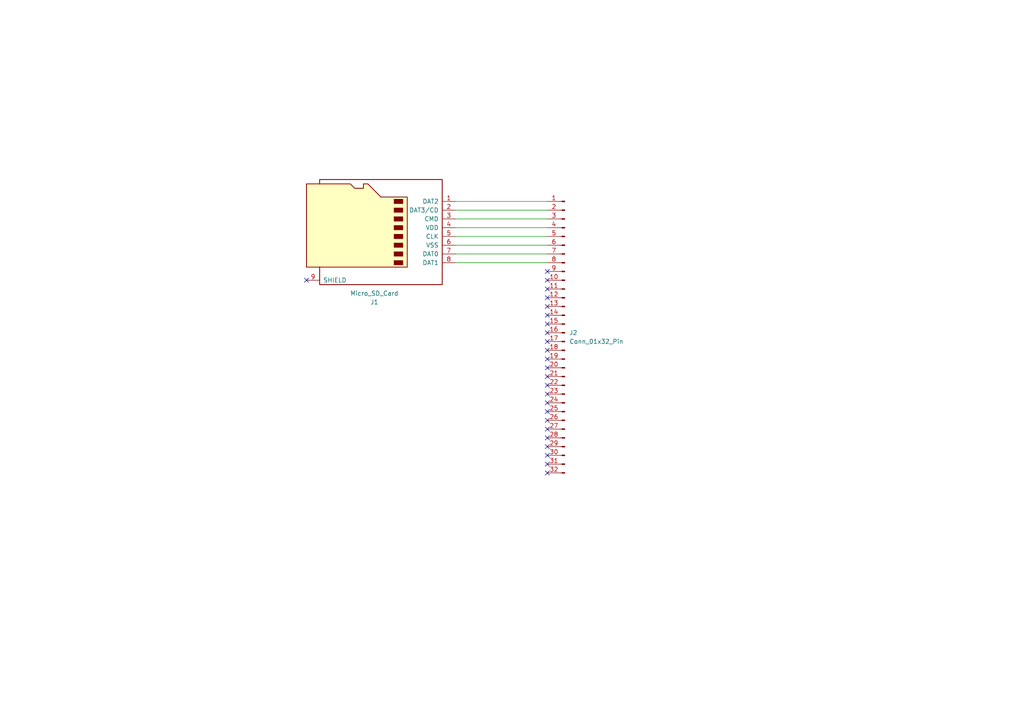
<source format=kicad_sch>
(kicad_sch (version 20230121) (generator eeschema)
  (paper "A4")
  (lib_symbols
    (symbol "Connector:Conn_01x32_Pin" (pin_names (offset 1.016) hide)
      (property "Reference" "J" (at 0 40.64 0))
      (property "Value" "Conn_01x32_Pin" (at 0 -43.18 0))
      (symbol "Conn_01x32_Pin_1_1"
        (polyline (pts (xy 1.27 -40.64) (xy 0.8636 -40.64)) (stroke (width 0.1524)))
        (polyline (pts (xy 1.27 -38.1) (xy 0.8636 -38.1)) (stroke (width 0.1524)))
        (polyline (pts (xy 1.27 -35.56) (xy 0.8636 -35.56)) (stroke (width 0.1524)))
        (polyline (pts (xy 1.27 -33.02) (xy 0.8636 -33.02)) (stroke (width 0.1524)))
        (polyline (pts (xy 1.27 -30.48) (xy 0.8636 -30.48)) (stroke (width 0.1524)))
        (polyline (pts (xy 1.27 -27.94) (xy 0.8636 -27.94)) (stroke (width 0.1524)))
        (polyline (pts (xy 1.27 -25.4) (xy 0.8636 -25.4)) (stroke (width 0.1524)))
        (polyline (pts (xy 1.27 -22.86) (xy 0.8636 -22.86)) (stroke (width 0.1524)))
        (polyline (pts (xy 1.27 -20.32) (xy 0.8636 -20.32)) (stroke (width 0.1524)))
        (polyline (pts (xy 1.27 -17.78) (xy 0.8636 -17.78)) (stroke (width 0.1524)))
        (polyline (pts (xy 1.27 -15.24) (xy 0.8636 -15.24)) (stroke (width 0.1524)))
        (polyline (pts (xy 1.27 -12.7) (xy 0.8636 -12.7)) (stroke (width 0.1524)))
        (polyline (pts (xy 1.27 -10.16) (xy 0.8636 -10.16)) (stroke (width 0.1524)))
        (polyline (pts (xy 1.27 -7.62) (xy 0.8636 -7.62)) (stroke (width 0.1524)))
        (polyline (pts (xy 1.27 -5.08) (xy 0.8636 -5.08)) (stroke (width 0.1524)))
        (polyline (pts (xy 1.27 -2.54) (xy 0.8636 -2.54)) (stroke (width 0.1524)))
        (polyline (pts (xy 1.27 0) (xy 0.8636 0)) (stroke (width 0.1524)))
        (polyline (pts (xy 1.27 2.54) (xy 0.8636 2.54)) (stroke (width 0.1524)))
        (polyline (pts (xy 1.27 5.08) (xy 0.8636 5.08)) (stroke (width 0.1524)))
        (polyline (pts (xy 1.27 7.62) (xy 0.8636 7.62)) (stroke (width 0.1524)))
        (polyline (pts (xy 1.27 10.16) (xy 0.8636 10.16)) (stroke (width 0.1524)))
        (polyline (pts (xy 1.27 12.7) (xy 0.8636 12.7)) (stroke (width 0.1524)))
        (polyline (pts (xy 1.27 15.24) (xy 0.8636 15.24)) (stroke (width 0.1524)))
        (polyline (pts (xy 1.27 17.78) (xy 0.8636 17.78)) (stroke (width 0.1524)))
        (polyline (pts (xy 1.27 20.32) (xy 0.8636 20.32)) (stroke (width 0.1524)))
        (polyline (pts (xy 1.27 22.86) (xy 0.8636 22.86)) (stroke (width 0.1524)))
        (polyline (pts (xy 1.27 25.4) (xy 0.8636 25.4)) (stroke (width 0.1524)))
        (polyline (pts (xy 1.27 27.94) (xy 0.8636 27.94)) (stroke (width 0.1524)))
        (polyline (pts (xy 1.27 30.48) (xy 0.8636 30.48)) (stroke (width 0.1524)))
        (polyline (pts (xy 1.27 33.02) (xy 0.8636 33.02)) (stroke (width 0.1524)))
        (polyline (pts (xy 1.27 35.56) (xy 0.8636 35.56)) (stroke (width 0.1524)))
        (polyline (pts (xy 1.27 38.1) (xy 0.8636 38.1)) (stroke (width 0.1524)))
        (rectangle (start 0.8636 -40.513) (end 0 -40.767) (stroke (width 0.1524)) (fill (type outline)))
        (rectangle (start 0.8636 -37.973) (end 0 -38.227) (stroke (width 0.1524)) (fill (type outline)))
        (rectangle (start 0.8636 -35.433) (end 0 -35.687) (stroke (width 0.1524)) (fill (type outline)))
        (rectangle (start 0.8636 -32.893) (end 0 -33.147) (stroke (width 0.1524)) (fill (type outline)))
        (rectangle (start 0.8636 -30.353) (end 0 -30.607) (stroke (width 0.1524)) (fill (type outline)))
        (rectangle (start 0.8636 -27.813) (end 0 -28.067) (stroke (width 0.1524)) (fill (type outline)))
        (rectangle (start 0.8636 -25.273) (end 0 -25.527) (stroke (width 0.1524)) (fill (type outline)))
        (rectangle (start 0.8636 -22.733) (end 0 -22.987) (stroke (width 0.1524)) (fill (type outline)))
        (rectangle (start 0.8636 -20.193) (end 0 -20.447) (stroke (width 0.1524)) (fill (type outline)))
        (rectangle (start 0.8636 -17.653) (end 0 -17.907) (stroke (width 0.1524)) (fill (type outline)))
        (rectangle (start 0.8636 -15.113) (end 0 -15.367) (stroke (width 0.1524)) (fill (type outline)))
        (rectangle (start 0.8636 -12.573) (end 0 -12.827) (stroke (width 0.1524)) (fill (type outline)))
        (rectangle (start 0.8636 -10.033) (end 0 -10.287) (stroke (width 0.1524)) (fill (type outline)))
        (rectangle (start 0.8636 -7.493) (end 0 -7.747) (stroke (width 0.1524)) (fill (type outline)))
        (rectangle (start 0.8636 -4.953) (end 0 -5.207) (stroke (width 0.1524)) (fill (type outline)))
        (rectangle (start 0.8636 -2.413) (end 0 -2.667) (stroke (width 0.1524)) (fill (type outline)))
        (rectangle (start 0.8636 0.127) (end 0 -0.127) (stroke (width 0.1524)) (fill (type outline)))
        (rectangle (start 0.8636 2.667) (end 0 2.413) (stroke (width 0.1524)) (fill (type outline)))
        (rectangle (start 0.8636 5.207) (end 0 4.953) (stroke (width 0.1524)) (fill (type outline)))
        (rectangle (start 0.8636 7.747) (end 0 7.493) (stroke (width 0.1524)) (fill (type outline)))
        (rectangle (start 0.8636 10.287) (end 0 10.033) (stroke (width 0.1524)) (fill (type outline)))
        (rectangle (start 0.8636 12.827) (end 0 12.573) (stroke (width 0.1524)) (fill (type outline)))
        (rectangle (start 0.8636 15.367) (end 0 15.113) (stroke (width 0.1524)) (fill (type outline)))
        (rectangle (start 0.8636 17.907) (end 0 17.653) (stroke (width 0.1524)) (fill (type outline)))
        (rectangle (start 0.8636 20.447) (end 0 20.193) (stroke (width 0.1524)) (fill (type outline)))
        (rectangle (start 0.8636 22.987) (end 0 22.733) (stroke (width 0.1524)) (fill (type outline)))
        (rectangle (start 0.8636 25.527) (end 0 25.273) (stroke (width 0.1524)) (fill (type outline)))
        (rectangle (start 0.8636 28.067) (end 0 27.813) (stroke (width 0.1524)) (fill (type outline)))
        (rectangle (start 0.8636 30.607) (end 0 30.353) (stroke (width 0.1524)) (fill (type outline)))
        (rectangle (start 0.8636 33.147) (end 0 32.893) (stroke (width 0.1524)) (fill (type outline)))
        (rectangle (start 0.8636 35.687) (end 0 35.433) (stroke (width 0.1524)) (fill (type outline)))
        (rectangle (start 0.8636 38.227) (end 0 37.973) (stroke (width 0.1524)) (fill (type outline)))
        (pin passive line (at 5.08 38.1 180) (length 3.81) (name "Pin_1") (number "1"))
        (pin passive line (at 5.08 15.24 180) (length 3.81) (name "Pin_10") (number "10"))
        (pin passive line (at 5.08 12.7 180) (length 3.81) (name "Pin_11") (number "11"))
        (pin passive line (at 5.08 10.16 180) (length 3.81) (name "Pin_12") (number "12"))
        (pin passive line (at 5.08 7.62 180) (length 3.81) (name "Pin_13") (number "13"))
        (pin passive line (at 5.08 5.08 180) (length 3.81) (name "Pin_14") (number "14"))
        (pin passive line (at 5.08 2.54 180) (length 3.81) (name "Pin_15") (number "15"))
        (pin passive line (at 5.08 0 180) (length 3.81) (name "Pin_16") (number "16"))
        (pin passive line (at 5.08 -2.54 180) (length 3.81) (name "Pin_17") (number "17"))
        (pin passive line (at 5.08 -5.08 180) (length 3.81) (name "Pin_18") (number "18"))
        (pin passive line (at 5.08 -7.62 180) (length 3.81) (name "Pin_19") (number "19"))
        (pin passive line (at 5.08 35.56 180) (length 3.81) (name "Pin_2") (number "2"))
        (pin passive line (at 5.08 -10.16 180) (length 3.81) (name "Pin_20") (number "20"))
        (pin passive line (at 5.08 -12.7 180) (length 3.81) (name "Pin_21") (number "21"))
        (pin passive line (at 5.08 -15.24 180) (length 3.81) (name "Pin_22") (number "22"))
        (pin passive line (at 5.08 -17.78 180) (length 3.81) (name "Pin_23") (number "23"))
        (pin passive line (at 5.08 -20.32 180) (length 3.81) (name "Pin_24") (number "24"))
        (pin passive line (at 5.08 -22.86 180) (length 3.81) (name "Pin_25") (number "25"))
        (pin passive line (at 5.08 -25.4 180) (length 3.81) (name "Pin_26") (number "26"))
        (pin passive line (at 5.08 -27.94 180) (length 3.81) (name "Pin_27") (number "27"))
        (pin passive line (at 5.08 -30.48 180) (length 3.81) (name "Pin_28") (number "28"))
        (pin passive line (at 5.08 -33.02 180) (length 3.81) (name "Pin_29") (number "29"))
        (pin passive line (at 5.08 33.02 180) (length 3.81) (name "Pin_3") (number "3"))
        (pin passive line (at 5.08 -35.56 180) (length 3.81) (name "Pin_30") (number "30"))
        (pin passive line (at 5.08 -38.1 180) (length 3.81) (name "Pin_31") (number "31"))
        (pin passive line (at 5.08 -40.64 180) (length 3.81) (name "Pin_32") (number "32"))
        (pin passive line (at 5.08 30.48 180) (length 3.81) (name "Pin_4") (number "4"))
        (pin passive line (at 5.08 27.94 180) (length 3.81) (name "Pin_5") (number "5"))
        (pin passive line (at 5.08 25.4 180) (length 3.81) (name "Pin_6") (number "6"))
        (pin passive line (at 5.08 22.86 180) (length 3.81) (name "Pin_7") (number "7"))
        (pin passive line (at 5.08 20.32 180) (length 3.81) (name "Pin_8") (number "8"))
        (pin passive line (at 5.08 17.78 180) (length 3.81) (name "Pin_9") (number "9"))
      )
    )
    (symbol "Connector:Micro_SD_Card" (pin_names (offset 1.016))
      (property "Reference" "J" (at -16.51 15.24 0))
      (property "Value" "Micro_SD_Card" (at 16.51 15.24 0))
      (symbol "Micro_SD_Card_0_1"
        (rectangle (start -7.62 -9.525) (end -5.08 -10.795) (fill (type outline)))
        (rectangle (start -7.62 -6.985) (end -5.08 -8.255) (fill (type outline)))
        (rectangle (start -7.62 -4.445) (end -5.08 -5.715) (fill (type outline)))
        (rectangle (start -7.62 -1.905) (end -5.08 -3.175) (fill (type outline)))
        (rectangle (start -7.62 0.635) (end -5.08 -0.635) (fill (type outline)))
        (rectangle (start -7.62 3.175) (end -5.08 1.905) (fill (type outline)))
        (rectangle (start -7.62 5.715) (end -5.08 4.445) (fill (type outline)))
        (rectangle (start -7.62 8.255) (end -5.08 6.985) (fill (type outline)))
        (polyline (pts (xy 16.51 12.7) (xy 16.51 13.97) (xy -19.05 13.97) (xy -19.05 -16.51) (xy 16.51 -16.51) (xy 16.51 -11.43)) (stroke (width 0.254)))
        (polyline (pts (xy -8.89 -11.43) (xy -8.89 8.89) (xy -1.27 8.89) (xy 2.54 12.7) (xy 3.81 12.7) (xy 3.81 11.43) (xy 6.35 11.43) (xy 7.62 12.7) (xy 20.32 12.7) (xy 20.32 -11.43) (xy -8.89 -11.43)) (stroke (width 0.254)) (fill (type background)))
      )
      (symbol "Micro_SD_Card_1_1"
        (pin bidirectional line (at -22.86 7.62 0) (length 3.81) (name "DAT2") (number "1"))
        (pin bidirectional line (at -22.86 5.08 0) (length 3.81) (name "DAT3/CD") (number "2"))
        (pin input line (at -22.86 2.54 0) (length 3.81) (name "CMD") (number "3"))
        (pin power_in line (at -22.86 0 0) (length 3.81) (name "VDD") (number "4"))
        (pin input line (at -22.86 -2.54 0) (length 3.81) (name "CLK") (number "5"))
        (pin power_in line (at -22.86 -5.08 0) (length 3.81) (name "VSS") (number "6"))
        (pin bidirectional line (at -22.86 -7.62 0) (length 3.81) (name "DAT0") (number "7"))
        (pin bidirectional line (at -22.86 -10.16 0) (length 3.81) (name "DAT1") (number "8"))
        (pin passive line (at 20.32 -15.24 180) (length 3.81) (name "SHIELD") (number "9"))
      )
    )
  )
  (no_connect (at 158.75 96.52))
  (no_connect (at 158.75 93.98))
  (no_connect (at 158.75 106.68))
  (no_connect (at 158.75 119.38))
  (no_connect (at 158.75 81.28))
  (no_connect (at 158.75 104.14))
  (no_connect (at 158.75 134.62))
  (no_connect (at 158.75 111.76))
  (no_connect (at 158.75 121.92))
  (no_connect (at 158.75 129.54))
  (no_connect (at 158.75 114.3))
  (no_connect (at 158.75 127))
  (no_connect (at 158.75 78.74))
  (no_connect (at 158.75 91.44))
  (no_connect (at 88.9 81.28))
  (no_connect (at 158.75 124.46))
  (no_connect (at 158.75 116.84))
  (no_connect (at 158.75 88.9))
  (no_connect (at 158.75 99.06))
  (no_connect (at 158.75 101.6))
  (no_connect (at 158.75 86.36))
  (no_connect (at 158.75 109.22))
  (no_connect (at 158.75 83.82))
  (no_connect (at 158.75 137.16))
  (no_connect (at 158.75 132.08))
  (wire (pts (xy 132.08 66.04) (xy 158.75 66.04)))
  (wire (pts (xy 132.08 73.66) (xy 158.75 73.66)))
  (wire (pts (xy 132.08 71.12) (xy 158.75 71.12)))
  (wire (pts (xy 132.08 58.42) (xy 158.75 58.42)))
  (wire (pts (xy 132.08 60.96) (xy 158.75 60.96)))
  (wire (pts (xy 132.08 76.2) (xy 158.75 76.2)))
  (wire (pts (xy 132.08 68.58) (xy 158.75 68.58)))
  (wire (pts (xy 132.08 63.5) (xy 158.75 63.5)))
  (symbol (lib_id "Connector:Micro_SD_Card") (at 109.22 66.04 0) (mirror y) (unit 1)
    (property "Reference" "J1" (at 108.585 87.63 0))
    (property "Value" "Micro_SD_Card" (at 108.585 85.09 0))
    (property "Footprint" "Library:MicroSD" (effects hide))
    (property "Datasheet" "http://katalog.we-online.de/em/datasheet/693072010801.pdf" (effects hide))
  )
  (symbol (lib_id "Connector:Conn_01x32_Pin") (at 163.83 96.52 0) (mirror y) (unit 1)
    (property "Reference" "J2" (at 165.1 96.52 0) (effects (justify right)))
    (property "Value" "Conn_01x32_Pin" (at 165.1 99.06 0) (effects (justify right)))
    (property "Footprint" "Library:GBA_Cartridge" (effects hide))
  )
)
</source>
